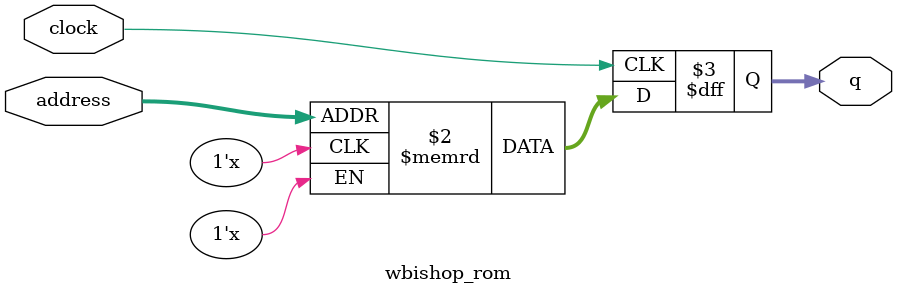
<source format=sv>
module wbishop_rom (
	input logic clock,
	input logic [11:0] address,
	output logic [1:0] q
);

logic [1:0] memory [0:3024] /* synthesis ram_init_file = "./wbishop/wbishop.COE" */;

always_ff @ (posedge clock) begin
	q <= memory[address];
end

endmodule

</source>
